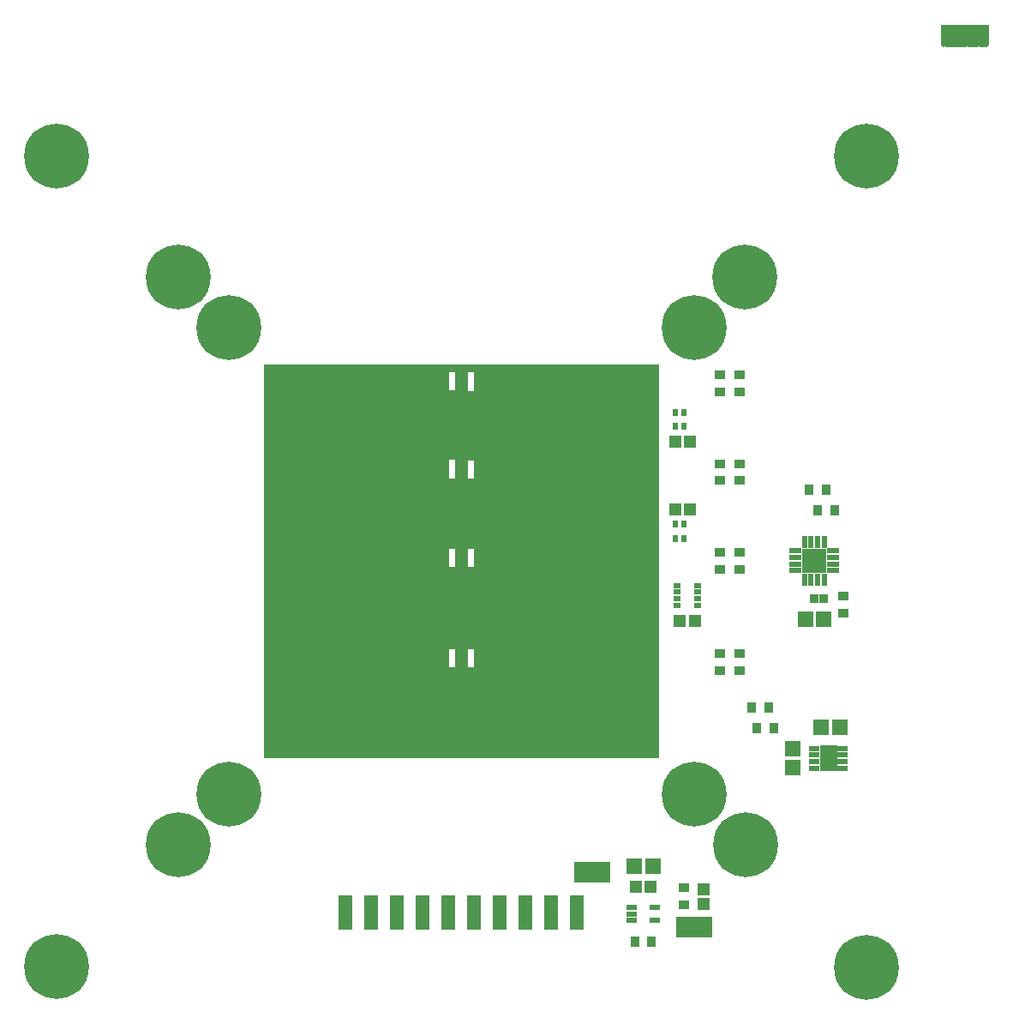
<source format=gbr>
%FSLAX23Y23*%
%MOIN*%
%SFA1B1*%

%IPPOS*%
%ADD13R,0.004000X0.004000*%
%ADD50R,0.047240X0.047240*%
%ADD51R,0.021650X0.031500*%
%ADD52R,0.031500X0.021650*%
%ADD53C,0.017720*%
%ADD54R,0.041340X0.023620*%
%ADD55R,0.049210X0.021650*%
%ADD56R,0.021650X0.049210*%
%ADD57R,0.096850X0.096850*%
%ADD58R,0.066530X0.102360*%
%ADD59R,0.043310X0.021650*%
%ADD60R,0.035430X0.043310*%
%ADD61R,0.043310X0.035430*%
%ADD62R,0.143700X0.080710*%
%ADD63R,0.057870X0.133070*%
%ADD64R,0.047240X0.047240*%
%ADD65R,0.036220X0.034650*%
%ADD66R,0.059060X0.064960*%
%ADD67R,0.034650X0.036220*%
%ADD68R,0.064960X0.059060*%
%ADD69C,0.251970*%
%ADD70C,0.021650*%
%LNmirror_pcb1_soldermask_top-1*%
%LPD*%
G36*
X3819Y3856D02*
X3819Y3856D01*
X3820Y3856*
X3820Y3855*
X3821Y3855*
X3821Y3855*
X3822Y3854*
X3822Y3854*
X3822Y3853*
X3822Y3853*
X3822Y3852*
X3822Y3852*
Y3777*
X3822Y3777*
X3822Y3776*
X3822Y3776*
X3822Y3775*
X3822Y3775*
X3821Y3774*
X3817Y3770*
X3817Y3770*
X3816Y3770*
X3816Y3769*
X3815Y3769*
X3815Y3769*
X3814Y3769*
X3811*
X3810Y3769*
X3810Y3769*
X3809Y3769*
X3809Y3770*
X3808Y3770*
X3808Y3770*
X3806Y3772*
X3806Y3772*
X3806Y3771*
X3806Y3771*
X3805Y3770*
X3805Y3770*
X3805Y3770*
X3804Y3769*
X3804Y3769*
X3803Y3769*
X3803Y3769*
X3799*
X3798Y3769*
X3798Y3769*
X3797Y3769*
X3797Y3770*
X3796Y3770*
X3796Y3770*
X3796Y3771*
X3795Y3771*
X3795Y3772*
X3795Y3772*
X3794Y3770*
X3793Y3770*
X3793Y3770*
X3792Y3769*
X3792Y3769*
X3791Y3769*
X3791Y3769*
X3787*
X3786Y3769*
X3786Y3769*
X3785Y3769*
X3785Y3770*
X3785Y3770*
X3784Y3770*
X3783Y3772*
X3783Y3772*
X3782Y3771*
X3782Y3771*
X3782Y3770*
X3781Y3770*
X3781Y3770*
X3781Y3769*
X3780Y3769*
X3780Y3769*
X3779Y3769*
X3775*
X3775Y3769*
X3774Y3769*
X3774Y3769*
X3773Y3770*
X3773Y3770*
X3772Y3770*
X3772Y3771*
X3772Y3771*
X3771Y3772*
X3771Y3772*
X3770Y3770*
X3770Y3770*
X3769Y3770*
X3769Y3769*
X3768Y3769*
X3768Y3769*
X3767Y3769*
X3763*
X3763Y3769*
X3762Y3769*
X3762Y3769*
X3761Y3770*
X3761Y3770*
X3760Y3770*
X3759Y3772*
X3759Y3772*
X3759Y3771*
X3759Y3771*
X3758Y3770*
X3758Y3770*
X3757Y3770*
X3757Y3769*
X3756Y3769*
X3756Y3769*
X3755Y3769*
X3751*
X3751Y3769*
X3750Y3769*
X3750Y3769*
X3750Y3770*
X3749Y3770*
X3749Y3770*
X3748Y3771*
X3748Y3771*
X3748Y3772*
X3748Y3772*
X3746Y3770*
X3746Y3770*
X3746Y3770*
X3745Y3769*
X3745Y3769*
X3744Y3769*
X3744Y3769*
X3740*
X3739Y3769*
X3739Y3769*
X3738Y3769*
X3738Y3770*
X3737Y3770*
X3737Y3770*
X3735Y3772*
X3735Y3772*
X3735Y3771*
X3735Y3771*
X3735Y3770*
X3734Y3770*
X3734Y3770*
X3733Y3769*
X3733Y3769*
X3732Y3769*
X3732Y3769*
X3728*
X3727Y3769*
X3727Y3769*
X3726Y3769*
X3726Y3770*
X3725Y3770*
X3725Y3770*
X3725Y3771*
X3724Y3771*
X3724Y3772*
X3724Y3772*
X3723Y3770*
X3722Y3770*
X3722Y3770*
X3721Y3769*
X3721Y3769*
X3720Y3769*
X3720Y3769*
X3716*
X3716Y3769*
X3715Y3769*
X3715Y3769*
X3714Y3770*
X3714Y3770*
X3713Y3770*
X3712Y3772*
X3712Y3772*
X3712Y3771*
X3711Y3771*
X3711Y3770*
X3711Y3770*
X3710Y3770*
X3710Y3769*
X3709Y3769*
X3709Y3769*
X3708Y3769*
X3704*
X3704Y3769*
X3703Y3769*
X3703Y3769*
X3702Y3770*
X3702Y3770*
X3701Y3770*
X3701Y3771*
X3701Y3771*
X3701Y3772*
X3701Y3772*
X3699Y3770*
X3699Y3770*
X3698Y3770*
X3698Y3769*
X3697Y3769*
X3697Y3769*
X3696Y3769*
X3692*
X3692Y3769*
X3691Y3769*
X3691Y3769*
X3690Y3770*
X3690Y3770*
X3690Y3770*
X3688Y3772*
X3688Y3772*
X3688Y3771*
X3688Y3771*
X3687Y3770*
X3687Y3770*
X3687Y3770*
X3686Y3769*
X3686Y3769*
X3685Y3769*
X3685Y3769*
X3681*
X3680Y3769*
X3680Y3769*
X3679Y3769*
X3679Y3770*
X3678Y3770*
X3678Y3770*
X3677Y3771*
X3677Y3771*
X3677Y3772*
X3677Y3772*
X3676Y3770*
X3675Y3770*
X3675Y3770*
X3674Y3769*
X3674Y3769*
X3673Y3769*
X3673Y3769*
X3669*
X3668Y3769*
X3668Y3769*
X3667Y3769*
X3667Y3770*
X3666Y3770*
X3666Y3770*
X3665Y3772*
X3665Y3772*
X3664Y3771*
X3664Y3771*
X3664Y3770*
X3663Y3770*
X3663Y3770*
X3662Y3769*
X3662Y3769*
X3661Y3769*
X3661Y3769*
X3657*
X3656Y3769*
X3656Y3769*
X3655Y3769*
X3655Y3770*
X3655Y3770*
X3654Y3770*
X3654Y3771*
X3654Y3771*
X3653Y3772*
X3653Y3772*
X3652Y3770*
X3652Y3770*
X3651Y3770*
X3651Y3769*
X3650Y3769*
X3650Y3769*
X3649Y3769*
X3645*
X3645Y3769*
X3644Y3769*
X3644Y3769*
X3643Y3770*
X3643Y3770*
X3642Y3770*
X3638Y3774*
X3638Y3775*
X3638Y3775*
X3638Y3776*
X3637Y3776*
X3637Y3777*
X3637Y3777*
Y3852*
X3637Y3852*
X3637Y3853*
X3638Y3853*
X3638Y3854*
X3638Y3854*
X3638Y3855*
X3639Y3855*
X3639Y3855*
X3640Y3856*
X3640Y3856*
X3641Y3856*
X3641Y3856*
X3653*
X3654Y3856*
X3654Y3856*
X3655Y3856*
X3655Y3855*
X3655Y3856*
X3656Y3856*
X3656Y3856*
X3657Y3856*
X3661*
X3661Y3856*
X3662Y3856*
X3662Y3856*
X3663Y3855*
X3663Y3856*
X3664Y3856*
X3664Y3856*
X3665Y3856*
X3677*
X3677Y3856*
X3678Y3856*
X3678Y3856*
X3679Y3855*
X3679Y3856*
X3680Y3856*
X3680Y3856*
X3681Y3856*
X3685*
X3685Y3856*
X3686Y3856*
X3686Y3856*
X3687Y3855*
X3687Y3856*
X3687Y3856*
X3688Y3856*
X3688Y3856*
X3700*
X3701Y3856*
X3701Y3856*
X3702Y3856*
X3702Y3855*
X3703Y3856*
X3703Y3856*
X3704Y3856*
X3704Y3856*
X3708*
X3709Y3856*
X3709Y3856*
X3710Y3856*
X3710Y3855*
X3711Y3856*
X3711Y3856*
X3712Y3856*
X3712Y3856*
X3724*
X3724Y3856*
X3725Y3856*
X3725Y3856*
X3726Y3855*
X3726Y3856*
X3727Y3856*
X3727Y3856*
X3728Y3856*
X3732*
X3732Y3856*
X3733Y3856*
X3733Y3856*
X3734Y3855*
X3734Y3856*
X3735Y3856*
X3735Y3856*
X3736Y3856*
X3748*
X3748Y3856*
X3749Y3856*
X3749Y3856*
X3750Y3855*
X3750Y3856*
X3750Y3856*
X3751Y3856*
X3751Y3856*
X3755*
X3756Y3856*
X3756Y3856*
X3757Y3856*
X3757Y3855*
X3758Y3856*
X3758Y3856*
X3759Y3856*
X3759Y3856*
X3771*
X3772Y3856*
X3772Y3856*
X3773Y3856*
X3773Y3855*
X3774Y3856*
X3774Y3856*
X3775Y3856*
X3775Y3856*
X3779*
X3780Y3856*
X3780Y3856*
X3781Y3856*
X3781Y3855*
X3781Y3856*
X3782Y3856*
X3782Y3856*
X3783Y3856*
X3795*
X3795Y3856*
X3796Y3856*
X3796Y3856*
X3797Y3855*
X3797Y3856*
X3798Y3856*
X3798Y3856*
X3799Y3856*
X3803*
X3803Y3856*
X3804Y3856*
X3804Y3856*
X3805Y3855*
X3805Y3856*
X3806Y3856*
X3806Y3856*
X3807Y3856*
X3818*
X3819Y3856*
G37*
G36*
X2539Y1003D02*
X1003D01*
Y2536*
X2539*
Y1003*
G37*
%LNmirror_pcb1_soldermask_top-2*%
%LPC*%
G36*
X1747Y2503D02*
X1724D01*
Y2433*
X1747*
Y2451*
X1747*
Y2485*
X1747*
Y2503*
G37*
G36*
X1819Y2503D02*
X1796D01*
Y2432*
X1819*
Y2503*
G37*
G36*
X1746Y2163D02*
X1724D01*
Y2092*
X1746*
Y2163*
G37*
G36*
X1818Y2162D02*
X1796D01*
Y2140*
X1796*
Y2107*
X1796*
Y2092*
X1818*
Y2162*
G37*
G36*
X1746Y1818D02*
X1724D01*
Y1748*
X1746*
Y1818*
G37*
G36*
X1818Y1818D02*
X1796D01*
Y1796*
X1796*
Y1762*
X1796*
Y1747*
X1818*
Y1818*
G37*
G36*
X1746Y1429D02*
X1724D01*
Y1359*
X1746*
Y1429*
G37*
G36*
X1818Y1429D02*
X1796D01*
Y1402*
X1796*
Y1369*
X1796*
Y1358*
X1818*
Y1429*
G37*
%LNmirror_pcb1_soldermask_top-3*%
%LPD*%
G54D13*
X2540Y1008D03*
X1004Y988D03*
G54D50*
X2678Y1537D03*
X2621D03*
X2661Y1971D03*
X2604D03*
Y2236D03*
X2661D03*
X2507Y504D03*
X2450D03*
G54D51*
X2636Y1913D03*
X2604D03*
X2636Y1858D03*
X2604D03*
X2636Y2348D03*
Y2293D03*
X2604Y2348D03*
Y2293D03*
G54D52*
X2690Y1625D03*
Y1651D03*
Y1599D03*
Y1676D03*
X2609Y1651D03*
Y1676D03*
Y1625D03*
Y1599D03*
G54D53*
X1787Y1377D03*
X1771D03*
X1756D03*
X1787Y1393D03*
X1771D03*
X1756D03*
X1787Y1771D03*
X1771D03*
X1756D03*
X1787Y1787D03*
X1771D03*
X1756D03*
X1787Y2116D03*
X1771D03*
X1755D03*
X1787Y2131D03*
X1771D03*
X1755D03*
X1787Y2460D03*
X1771D03*
X1755D03*
X1787Y2476D03*
X1771D03*
X1755D03*
G54D54*
X2522Y424D03*
Y373D03*
X2434D03*
Y398D03*
Y424D03*
G54D55*
X3216Y1733D03*
Y1758D03*
Y1784D03*
Y1810D03*
X3071D03*
Y1784D03*
Y1758D03*
Y1733D03*
G54D56*
X3182Y1844D03*
X3156D03*
X3131D03*
X3105D03*
Y1698D03*
X3131D03*
X3156D03*
X3182D03*
G54D57*
X3143Y1771D03*
G54D58*
X3198Y1004D03*
G54D59*
X3253Y966D03*
Y991D03*
Y1017D03*
Y1042D03*
X3143Y966D03*
Y991D03*
Y1017D03*
Y1042D03*
G54D60*
X3124Y2047D03*
X3189D03*
X3157Y1968D03*
X3222D03*
X2511Y290D03*
X2446D03*
X2985Y1122D03*
X2920D03*
X2965Y1200D03*
X2900D03*
G54D61*
X2636Y500D03*
Y435D03*
X2775Y1410D03*
Y1345D03*
X2854Y1410D03*
Y1345D03*
X2775Y1804D03*
Y1739D03*
X2854Y1804D03*
Y1739D03*
X3255Y1568D03*
Y1633D03*
X2775Y2148D03*
Y2083D03*
X2854Y2148D03*
Y2083D03*
X2775Y2493D03*
Y2428D03*
X2854Y2493D03*
Y2428D03*
G54D62*
X2675Y349D03*
X2281Y560D03*
G54D63*
X1320Y405D03*
X1420D03*
X1620D03*
X1520D03*
X1720D03*
X1920D03*
X1820D03*
X2020D03*
X2220D03*
X2120D03*
G54D64*
X2714Y495D03*
Y438D03*
G54D65*
X1698Y1413D03*
Y1378D03*
Y1807D03*
Y1771D03*
Y2151D03*
Y2116D03*
X1696Y2496D03*
Y2460D03*
G54D66*
X2442Y585D03*
X2515D03*
X3181Y1543D03*
X3109D03*
X3171Y1126D03*
X3244D03*
G54D67*
X3178Y1624D03*
X3142D03*
G54D68*
X3061Y968D03*
Y1041D03*
G54D69*
X3346Y3346D03*
X196D03*
X3346Y192D03*
X196Y196D03*
X669Y2874D03*
X2874D03*
X2875Y669D03*
X669Y669D03*
X2677Y2677D03*
X866D03*
X2677Y866D03*
X866D03*
G54D70*
X2512Y1408D03*
M02*
</source>
